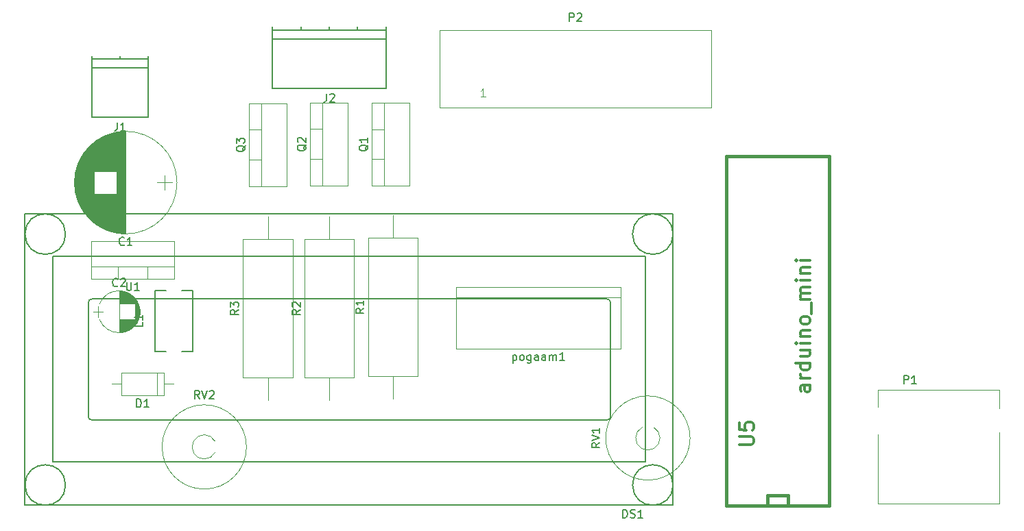
<source format=gbr>
G04 #@! TF.FileFunction,Legend,Top*
%FSLAX46Y46*%
G04 Gerber Fmt 4.6, Leading zero omitted, Abs format (unit mm)*
G04 Created by KiCad (PCBNEW 4.0.5) date 06/13/17 16:15:45*
%MOMM*%
%LPD*%
G01*
G04 APERTURE LIST*
%ADD10C,0.100000*%
%ADD11C,0.120000*%
%ADD12C,0.381000*%
%ADD13C,0.150000*%
%ADD14C,0.304800*%
G04 APERTURE END LIST*
D10*
D11*
X27933000Y-67246800D02*
X27933000Y-64426800D01*
X27933000Y-64426800D02*
X22613000Y-64426800D01*
X22613000Y-64426800D02*
X22613000Y-67246800D01*
X22613000Y-67246800D02*
X27933000Y-67246800D01*
X29073000Y-65836800D02*
X27933000Y-65836800D01*
X21473000Y-65836800D02*
X22613000Y-65836800D01*
X27093000Y-67246800D02*
X27093000Y-64426800D01*
X34207621Y-74313407D02*
G75*
G02X32883200Y-75109200I-1324421J704207D01*
G01*
X32909385Y-75108502D02*
G75*
G02X34207200Y-72905200I-26185J1499302D01*
G01*
X38093200Y-73609200D02*
G75*
G03X38093200Y-73609200I-5210000J0D01*
G01*
D12*
X97358200Y-80873600D02*
X97358200Y-37693600D01*
X97358200Y-37693600D02*
X110058200Y-37693600D01*
X110058200Y-37693600D02*
X110058200Y-80873600D01*
X110058200Y-80873600D02*
X97358200Y-80873600D01*
X104978200Y-80873600D02*
X104978200Y-79603600D01*
X104978200Y-79603600D02*
X102438200Y-79603600D01*
X102438200Y-79603600D02*
X102438200Y-80873600D01*
D13*
X82552540Y-70307200D02*
X19052540Y-70307200D01*
X83052920Y-55808880D02*
X83052920Y-69809360D01*
X19052540Y-55308500D02*
X82552540Y-55308500D01*
X18552160Y-69809360D02*
X18552160Y-55808880D01*
X18554700Y-69809360D02*
G75*
G03X19052540Y-70307200I497840J0D01*
G01*
X19052540Y-55308500D02*
G75*
G03X18552160Y-55808880I0J-500380D01*
G01*
X83052920Y-55808880D02*
G75*
G03X82552540Y-55308500I-500380J0D01*
G01*
X82552540Y-70309740D02*
G75*
G03X83052920Y-69809360I0J500380D01*
G01*
X87353140Y-75407520D02*
X14152880Y-75407520D01*
X14152880Y-75407520D02*
X14152880Y-50007520D01*
X14152880Y-50007520D02*
X87353140Y-50007520D01*
X87353140Y-50007520D02*
X87353140Y-75407520D01*
X15753080Y-78308200D02*
G75*
G03X15753080Y-78308200I-2499360J0D01*
G01*
X15753080Y-47307500D02*
G75*
G03X15753080Y-47307500I-2499360J0D01*
G01*
X90754200Y-47307500D02*
G75*
G03X90754200Y-47307500I-2501900J0D01*
G01*
X90751660Y-78308200D02*
G75*
G03X90751660Y-78308200I-2499360J0D01*
G01*
X90754200Y-80807560D02*
X10754360Y-80807560D01*
X10754360Y-80807560D02*
X10754360Y-44808140D01*
X10754360Y-44808140D02*
X90754200Y-44808140D01*
X90754200Y-44808140D02*
X90754200Y-80807560D01*
D11*
X61954600Y-22098600D02*
X95474600Y-22098600D01*
X95474600Y-22098600D02*
X95474600Y-31698600D01*
X95474600Y-31698600D02*
X61954600Y-31698600D01*
X61954600Y-31698600D02*
X61954600Y-22098600D01*
X29519400Y-40944800D02*
G75*
G03X29519400Y-40944800I-6340000J0D01*
G01*
X23179400Y-47244800D02*
X23179400Y-34644800D01*
X23139400Y-47244800D02*
X23139400Y-34644800D01*
X23099400Y-47244800D02*
X23099400Y-34644800D01*
X23059400Y-47243800D02*
X23059400Y-34645800D01*
X23019400Y-47242800D02*
X23019400Y-34646800D01*
X22979400Y-47241800D02*
X22979400Y-34647800D01*
X22939400Y-47240800D02*
X22939400Y-34648800D01*
X22899400Y-47238800D02*
X22899400Y-34650800D01*
X22859400Y-47236800D02*
X22859400Y-34652800D01*
X22819400Y-47234800D02*
X22819400Y-34654800D01*
X22779400Y-47232800D02*
X22779400Y-34656800D01*
X22739400Y-47229800D02*
X22739400Y-34659800D01*
X22699400Y-47226800D02*
X22699400Y-34662800D01*
X22659400Y-47223800D02*
X22659400Y-34665800D01*
X22619400Y-47220800D02*
X22619400Y-34668800D01*
X22579400Y-47216800D02*
X22579400Y-34672800D01*
X22539400Y-47212800D02*
X22539400Y-34676800D01*
X22499400Y-47208800D02*
X22499400Y-34680800D01*
X22458400Y-47203800D02*
X22458400Y-34685800D01*
X22418400Y-47199800D02*
X22418400Y-34689800D01*
X22378400Y-47194800D02*
X22378400Y-34694800D01*
X22338400Y-47189800D02*
X22338400Y-34699800D01*
X22298400Y-47183800D02*
X22298400Y-34705800D01*
X22258400Y-47177800D02*
X22258400Y-34711800D01*
X22218400Y-47171800D02*
X22218400Y-34717800D01*
X22178400Y-47165800D02*
X22178400Y-34723800D01*
X22138400Y-47159800D02*
X22138400Y-34729800D01*
X22098400Y-47152800D02*
X22098400Y-34736800D01*
X22058400Y-47145800D02*
X22058400Y-42324800D01*
X22058400Y-39564800D02*
X22058400Y-34743800D01*
X22018400Y-47137800D02*
X22018400Y-42324800D01*
X22018400Y-39564800D02*
X22018400Y-34751800D01*
X21978400Y-47130800D02*
X21978400Y-42324800D01*
X21978400Y-39564800D02*
X21978400Y-34758800D01*
X21938400Y-47122800D02*
X21938400Y-42324800D01*
X21938400Y-39564800D02*
X21938400Y-34766800D01*
X21898400Y-47114800D02*
X21898400Y-42324800D01*
X21898400Y-39564800D02*
X21898400Y-34774800D01*
X21858400Y-47106800D02*
X21858400Y-42324800D01*
X21858400Y-39564800D02*
X21858400Y-34782800D01*
X21818400Y-47097800D02*
X21818400Y-42324800D01*
X21818400Y-39564800D02*
X21818400Y-34791800D01*
X21778400Y-47088800D02*
X21778400Y-42324800D01*
X21778400Y-39564800D02*
X21778400Y-34800800D01*
X21738400Y-47079800D02*
X21738400Y-42324800D01*
X21738400Y-39564800D02*
X21738400Y-34809800D01*
X21698400Y-47069800D02*
X21698400Y-42324800D01*
X21698400Y-39564800D02*
X21698400Y-34819800D01*
X21658400Y-47060800D02*
X21658400Y-42324800D01*
X21658400Y-39564800D02*
X21658400Y-34828800D01*
X21618400Y-47050800D02*
X21618400Y-42324800D01*
X21618400Y-39564800D02*
X21618400Y-34838800D01*
X21578400Y-47039800D02*
X21578400Y-42324800D01*
X21578400Y-39564800D02*
X21578400Y-34849800D01*
X21538400Y-47029800D02*
X21538400Y-42324800D01*
X21538400Y-39564800D02*
X21538400Y-34859800D01*
X21498400Y-47018800D02*
X21498400Y-42324800D01*
X21498400Y-39564800D02*
X21498400Y-34870800D01*
X21458400Y-47007800D02*
X21458400Y-42324800D01*
X21458400Y-39564800D02*
X21458400Y-34881800D01*
X21418400Y-46995800D02*
X21418400Y-42324800D01*
X21418400Y-39564800D02*
X21418400Y-34893800D01*
X21378400Y-46984800D02*
X21378400Y-42324800D01*
X21378400Y-39564800D02*
X21378400Y-34904800D01*
X21338400Y-46972800D02*
X21338400Y-42324800D01*
X21338400Y-39564800D02*
X21338400Y-34916800D01*
X21298400Y-46959800D02*
X21298400Y-42324800D01*
X21298400Y-39564800D02*
X21298400Y-34929800D01*
X21258400Y-46947800D02*
X21258400Y-42324800D01*
X21258400Y-39564800D02*
X21258400Y-34941800D01*
X21218400Y-46934800D02*
X21218400Y-42324800D01*
X21218400Y-39564800D02*
X21218400Y-34954800D01*
X21178400Y-46921800D02*
X21178400Y-42324800D01*
X21178400Y-39564800D02*
X21178400Y-34967800D01*
X21138400Y-46907800D02*
X21138400Y-42324800D01*
X21138400Y-39564800D02*
X21138400Y-34981800D01*
X21098400Y-46894800D02*
X21098400Y-42324800D01*
X21098400Y-39564800D02*
X21098400Y-34994800D01*
X21058400Y-46880800D02*
X21058400Y-42324800D01*
X21058400Y-39564800D02*
X21058400Y-35008800D01*
X21018400Y-46865800D02*
X21018400Y-42324800D01*
X21018400Y-39564800D02*
X21018400Y-35023800D01*
X20978400Y-46851800D02*
X20978400Y-42324800D01*
X20978400Y-39564800D02*
X20978400Y-35037800D01*
X20938400Y-46836800D02*
X20938400Y-42324800D01*
X20938400Y-39564800D02*
X20938400Y-35052800D01*
X20898400Y-46820800D02*
X20898400Y-42324800D01*
X20898400Y-39564800D02*
X20898400Y-35068800D01*
X20858400Y-46805800D02*
X20858400Y-42324800D01*
X20858400Y-39564800D02*
X20858400Y-35083800D01*
X20818400Y-46789800D02*
X20818400Y-42324800D01*
X20818400Y-39564800D02*
X20818400Y-35099800D01*
X20778400Y-46773800D02*
X20778400Y-42324800D01*
X20778400Y-39564800D02*
X20778400Y-35115800D01*
X20738400Y-46756800D02*
X20738400Y-42324800D01*
X20738400Y-39564800D02*
X20738400Y-35132800D01*
X20698400Y-46739800D02*
X20698400Y-42324800D01*
X20698400Y-39564800D02*
X20698400Y-35149800D01*
X20658400Y-46722800D02*
X20658400Y-42324800D01*
X20658400Y-39564800D02*
X20658400Y-35166800D01*
X20618400Y-46705800D02*
X20618400Y-42324800D01*
X20618400Y-39564800D02*
X20618400Y-35183800D01*
X20578400Y-46687800D02*
X20578400Y-42324800D01*
X20578400Y-39564800D02*
X20578400Y-35201800D01*
X20538400Y-46669800D02*
X20538400Y-42324800D01*
X20538400Y-39564800D02*
X20538400Y-35219800D01*
X20498400Y-46650800D02*
X20498400Y-42324800D01*
X20498400Y-39564800D02*
X20498400Y-35238800D01*
X20458400Y-46631800D02*
X20458400Y-42324800D01*
X20458400Y-39564800D02*
X20458400Y-35257800D01*
X20418400Y-46612800D02*
X20418400Y-42324800D01*
X20418400Y-39564800D02*
X20418400Y-35276800D01*
X20378400Y-46593800D02*
X20378400Y-42324800D01*
X20378400Y-39564800D02*
X20378400Y-35295800D01*
X20338400Y-46573800D02*
X20338400Y-42324800D01*
X20338400Y-39564800D02*
X20338400Y-35315800D01*
X20298400Y-46553800D02*
X20298400Y-42324800D01*
X20298400Y-39564800D02*
X20298400Y-35335800D01*
X20258400Y-46532800D02*
X20258400Y-42324800D01*
X20258400Y-39564800D02*
X20258400Y-35356800D01*
X20218400Y-46511800D02*
X20218400Y-42324800D01*
X20218400Y-39564800D02*
X20218400Y-35377800D01*
X20178400Y-46490800D02*
X20178400Y-42324800D01*
X20178400Y-39564800D02*
X20178400Y-35398800D01*
X20138400Y-46468800D02*
X20138400Y-42324800D01*
X20138400Y-39564800D02*
X20138400Y-35420800D01*
X20098400Y-46446800D02*
X20098400Y-42324800D01*
X20098400Y-39564800D02*
X20098400Y-35442800D01*
X20058400Y-46424800D02*
X20058400Y-42324800D01*
X20058400Y-39564800D02*
X20058400Y-35464800D01*
X20018400Y-46401800D02*
X20018400Y-42324800D01*
X20018400Y-39564800D02*
X20018400Y-35487800D01*
X19978400Y-46378800D02*
X19978400Y-42324800D01*
X19978400Y-39564800D02*
X19978400Y-35510800D01*
X19938400Y-46354800D02*
X19938400Y-42324800D01*
X19938400Y-39564800D02*
X19938400Y-35534800D01*
X19898400Y-46330800D02*
X19898400Y-42324800D01*
X19898400Y-39564800D02*
X19898400Y-35558800D01*
X19858400Y-46306800D02*
X19858400Y-42324800D01*
X19858400Y-39564800D02*
X19858400Y-35582800D01*
X19818400Y-46281800D02*
X19818400Y-42324800D01*
X19818400Y-39564800D02*
X19818400Y-35607800D01*
X19778400Y-46256800D02*
X19778400Y-42324800D01*
X19778400Y-39564800D02*
X19778400Y-35632800D01*
X19738400Y-46230800D02*
X19738400Y-42324800D01*
X19738400Y-39564800D02*
X19738400Y-35658800D01*
X19698400Y-46204800D02*
X19698400Y-42324800D01*
X19698400Y-39564800D02*
X19698400Y-35684800D01*
X19658400Y-46178800D02*
X19658400Y-42324800D01*
X19658400Y-39564800D02*
X19658400Y-35710800D01*
X19618400Y-46151800D02*
X19618400Y-42324800D01*
X19618400Y-39564800D02*
X19618400Y-35737800D01*
X19578400Y-46123800D02*
X19578400Y-42324800D01*
X19578400Y-39564800D02*
X19578400Y-35765800D01*
X19538400Y-46095800D02*
X19538400Y-42324800D01*
X19538400Y-39564800D02*
X19538400Y-35793800D01*
X19498400Y-46067800D02*
X19498400Y-42324800D01*
X19498400Y-39564800D02*
X19498400Y-35821800D01*
X19458400Y-46038800D02*
X19458400Y-42324800D01*
X19458400Y-39564800D02*
X19458400Y-35850800D01*
X19418400Y-46009800D02*
X19418400Y-42324800D01*
X19418400Y-39564800D02*
X19418400Y-35879800D01*
X19378400Y-45979800D02*
X19378400Y-42324800D01*
X19378400Y-39564800D02*
X19378400Y-35909800D01*
X19338400Y-45949800D02*
X19338400Y-42324800D01*
X19338400Y-39564800D02*
X19338400Y-35939800D01*
X19298400Y-45919800D02*
X19298400Y-35969800D01*
X19258400Y-45887800D02*
X19258400Y-36001800D01*
X19218400Y-45856800D02*
X19218400Y-36032800D01*
X19178400Y-45823800D02*
X19178400Y-36065800D01*
X19138400Y-45791800D02*
X19138400Y-36097800D01*
X19098400Y-45757800D02*
X19098400Y-36131800D01*
X19058400Y-45723800D02*
X19058400Y-36165800D01*
X19018400Y-45689800D02*
X19018400Y-36199800D01*
X18978400Y-45654800D02*
X18978400Y-36234800D01*
X18938400Y-45618800D02*
X18938400Y-36270800D01*
X18898400Y-45582800D02*
X18898400Y-36306800D01*
X18858400Y-45545800D02*
X18858400Y-36343800D01*
X18818400Y-45507800D02*
X18818400Y-36381800D01*
X18778400Y-45469800D02*
X18778400Y-36419800D01*
X18738400Y-45430800D02*
X18738400Y-36458800D01*
X18698400Y-45391800D02*
X18698400Y-36497800D01*
X18658400Y-45350800D02*
X18658400Y-36538800D01*
X18618400Y-45309800D02*
X18618400Y-36579800D01*
X18578400Y-45267800D02*
X18578400Y-36621800D01*
X18538400Y-45225800D02*
X18538400Y-36663800D01*
X18498400Y-45182800D02*
X18498400Y-36706800D01*
X18458400Y-45137800D02*
X18458400Y-36751800D01*
X18418400Y-45092800D02*
X18418400Y-36796800D01*
X18378400Y-45046800D02*
X18378400Y-36842800D01*
X18338400Y-45000800D02*
X18338400Y-36888800D01*
X18298400Y-44952800D02*
X18298400Y-36936800D01*
X18258400Y-44903800D02*
X18258400Y-36985800D01*
X18218400Y-44853800D02*
X18218400Y-37035800D01*
X18178400Y-44803800D02*
X18178400Y-37085800D01*
X18138400Y-44751800D02*
X18138400Y-37137800D01*
X18098400Y-44698800D02*
X18098400Y-37190800D01*
X18058400Y-44644800D02*
X18058400Y-37244800D01*
X18018400Y-44588800D02*
X18018400Y-37300800D01*
X17978400Y-44532800D02*
X17978400Y-37356800D01*
X17938400Y-44474800D02*
X17938400Y-37414800D01*
X17898400Y-44414800D02*
X17898400Y-37474800D01*
X17858400Y-44353800D02*
X17858400Y-37535800D01*
X17818400Y-44291800D02*
X17818400Y-37597800D01*
X17778400Y-44226800D02*
X17778400Y-37662800D01*
X17738400Y-44161800D02*
X17738400Y-37727800D01*
X17698400Y-44093800D02*
X17698400Y-37795800D01*
X17658400Y-44023800D02*
X17658400Y-37865800D01*
X17618400Y-43951800D02*
X17618400Y-37937800D01*
X17578400Y-43877800D02*
X17578400Y-38011800D01*
X17538400Y-43800800D02*
X17538400Y-38088800D01*
X17498400Y-43721800D02*
X17498400Y-38167800D01*
X17458400Y-43639800D02*
X17458400Y-38249800D01*
X17418400Y-43554800D02*
X17418400Y-38334800D01*
X17378400Y-43465800D02*
X17378400Y-38423800D01*
X17338400Y-43372800D02*
X17338400Y-38516800D01*
X17298400Y-43275800D02*
X17298400Y-38613800D01*
X17258400Y-43174800D02*
X17258400Y-38714800D01*
X17218400Y-43066800D02*
X17218400Y-38822800D01*
X17178400Y-42953800D02*
X17178400Y-38935800D01*
X17138400Y-42832800D02*
X17138400Y-39056800D01*
X17098400Y-42701800D02*
X17098400Y-39187800D01*
X17058400Y-42560800D02*
X17058400Y-39328800D01*
X17018400Y-42404800D02*
X17018400Y-39484800D01*
X16978400Y-42229800D02*
X16978400Y-39659800D01*
X16938400Y-42026800D02*
X16938400Y-39862800D01*
X16898400Y-41775800D02*
X16898400Y-40113800D01*
X16858400Y-41408800D02*
X16858400Y-40480800D01*
X28879400Y-40944800D02*
X27079400Y-40944800D01*
X27979400Y-41844800D02*
X27979400Y-40044800D01*
X24758263Y-55914600D02*
G75*
G03X19963964Y-55916000I-2396863J-981400D01*
G01*
X24758263Y-57877400D02*
G75*
G02X19963964Y-57876000I-2396863J981400D01*
G01*
X24758263Y-57877400D02*
G75*
G03X24758836Y-55916000I-2396863J981400D01*
G01*
X22361400Y-54346000D02*
X22361400Y-59446000D01*
X22401400Y-54346000D02*
X22401400Y-55916000D01*
X22401400Y-57876000D02*
X22401400Y-59446000D01*
X22441400Y-54347000D02*
X22441400Y-55916000D01*
X22441400Y-57876000D02*
X22441400Y-59445000D01*
X22481400Y-54348000D02*
X22481400Y-55916000D01*
X22481400Y-57876000D02*
X22481400Y-59444000D01*
X22521400Y-54350000D02*
X22521400Y-55916000D01*
X22521400Y-57876000D02*
X22521400Y-59442000D01*
X22561400Y-54353000D02*
X22561400Y-55916000D01*
X22561400Y-57876000D02*
X22561400Y-59439000D01*
X22601400Y-54357000D02*
X22601400Y-55916000D01*
X22601400Y-57876000D02*
X22601400Y-59435000D01*
X22641400Y-54361000D02*
X22641400Y-55916000D01*
X22641400Y-57876000D02*
X22641400Y-59431000D01*
X22681400Y-54365000D02*
X22681400Y-55916000D01*
X22681400Y-57876000D02*
X22681400Y-59427000D01*
X22721400Y-54371000D02*
X22721400Y-55916000D01*
X22721400Y-57876000D02*
X22721400Y-59421000D01*
X22761400Y-54377000D02*
X22761400Y-55916000D01*
X22761400Y-57876000D02*
X22761400Y-59415000D01*
X22801400Y-54383000D02*
X22801400Y-55916000D01*
X22801400Y-57876000D02*
X22801400Y-59409000D01*
X22841400Y-54390000D02*
X22841400Y-55916000D01*
X22841400Y-57876000D02*
X22841400Y-59402000D01*
X22881400Y-54398000D02*
X22881400Y-55916000D01*
X22881400Y-57876000D02*
X22881400Y-59394000D01*
X22921400Y-54407000D02*
X22921400Y-55916000D01*
X22921400Y-57876000D02*
X22921400Y-59385000D01*
X22961400Y-54416000D02*
X22961400Y-55916000D01*
X22961400Y-57876000D02*
X22961400Y-59376000D01*
X23001400Y-54426000D02*
X23001400Y-55916000D01*
X23001400Y-57876000D02*
X23001400Y-59366000D01*
X23041400Y-54436000D02*
X23041400Y-55916000D01*
X23041400Y-57876000D02*
X23041400Y-59356000D01*
X23082400Y-54448000D02*
X23082400Y-55916000D01*
X23082400Y-57876000D02*
X23082400Y-59344000D01*
X23122400Y-54460000D02*
X23122400Y-55916000D01*
X23122400Y-57876000D02*
X23122400Y-59332000D01*
X23162400Y-54472000D02*
X23162400Y-55916000D01*
X23162400Y-57876000D02*
X23162400Y-59320000D01*
X23202400Y-54486000D02*
X23202400Y-55916000D01*
X23202400Y-57876000D02*
X23202400Y-59306000D01*
X23242400Y-54500000D02*
X23242400Y-55916000D01*
X23242400Y-57876000D02*
X23242400Y-59292000D01*
X23282400Y-54514000D02*
X23282400Y-55916000D01*
X23282400Y-57876000D02*
X23282400Y-59278000D01*
X23322400Y-54530000D02*
X23322400Y-55916000D01*
X23322400Y-57876000D02*
X23322400Y-59262000D01*
X23362400Y-54546000D02*
X23362400Y-55916000D01*
X23362400Y-57876000D02*
X23362400Y-59246000D01*
X23402400Y-54563000D02*
X23402400Y-55916000D01*
X23402400Y-57876000D02*
X23402400Y-59229000D01*
X23442400Y-54581000D02*
X23442400Y-55916000D01*
X23442400Y-57876000D02*
X23442400Y-59211000D01*
X23482400Y-54600000D02*
X23482400Y-55916000D01*
X23482400Y-57876000D02*
X23482400Y-59192000D01*
X23522400Y-54620000D02*
X23522400Y-55916000D01*
X23522400Y-57876000D02*
X23522400Y-59172000D01*
X23562400Y-54640000D02*
X23562400Y-55916000D01*
X23562400Y-57876000D02*
X23562400Y-59152000D01*
X23602400Y-54662000D02*
X23602400Y-55916000D01*
X23602400Y-57876000D02*
X23602400Y-59130000D01*
X23642400Y-54684000D02*
X23642400Y-55916000D01*
X23642400Y-57876000D02*
X23642400Y-59108000D01*
X23682400Y-54707000D02*
X23682400Y-55916000D01*
X23682400Y-57876000D02*
X23682400Y-59085000D01*
X23722400Y-54731000D02*
X23722400Y-55916000D01*
X23722400Y-57876000D02*
X23722400Y-59061000D01*
X23762400Y-54756000D02*
X23762400Y-55916000D01*
X23762400Y-57876000D02*
X23762400Y-59036000D01*
X23802400Y-54783000D02*
X23802400Y-55916000D01*
X23802400Y-57876000D02*
X23802400Y-59009000D01*
X23842400Y-54810000D02*
X23842400Y-55916000D01*
X23842400Y-57876000D02*
X23842400Y-58982000D01*
X23882400Y-54838000D02*
X23882400Y-55916000D01*
X23882400Y-57876000D02*
X23882400Y-58954000D01*
X23922400Y-54868000D02*
X23922400Y-55916000D01*
X23922400Y-57876000D02*
X23922400Y-58924000D01*
X23962400Y-54899000D02*
X23962400Y-55916000D01*
X23962400Y-57876000D02*
X23962400Y-58893000D01*
X24002400Y-54931000D02*
X24002400Y-55916000D01*
X24002400Y-57876000D02*
X24002400Y-58861000D01*
X24042400Y-54964000D02*
X24042400Y-55916000D01*
X24042400Y-57876000D02*
X24042400Y-58828000D01*
X24082400Y-54999000D02*
X24082400Y-55916000D01*
X24082400Y-57876000D02*
X24082400Y-58793000D01*
X24122400Y-55035000D02*
X24122400Y-55916000D01*
X24122400Y-57876000D02*
X24122400Y-58757000D01*
X24162400Y-55073000D02*
X24162400Y-55916000D01*
X24162400Y-57876000D02*
X24162400Y-58719000D01*
X24202400Y-55113000D02*
X24202400Y-55916000D01*
X24202400Y-57876000D02*
X24202400Y-58679000D01*
X24242400Y-55154000D02*
X24242400Y-55916000D01*
X24242400Y-57876000D02*
X24242400Y-58638000D01*
X24282400Y-55197000D02*
X24282400Y-55916000D01*
X24282400Y-57876000D02*
X24282400Y-58595000D01*
X24322400Y-55242000D02*
X24322400Y-55916000D01*
X24322400Y-57876000D02*
X24322400Y-58550000D01*
X24362400Y-55290000D02*
X24362400Y-58502000D01*
X24402400Y-55340000D02*
X24402400Y-58452000D01*
X24442400Y-55392000D02*
X24442400Y-58400000D01*
X24482400Y-55448000D02*
X24482400Y-58344000D01*
X24522400Y-55506000D02*
X24522400Y-58286000D01*
X24562400Y-55569000D02*
X24562400Y-58223000D01*
X24602400Y-55635000D02*
X24602400Y-58157000D01*
X24642400Y-55707000D02*
X24642400Y-58085000D01*
X24682400Y-55784000D02*
X24682400Y-58008000D01*
X24722400Y-55868000D02*
X24722400Y-57924000D01*
X24762400Y-55962000D02*
X24762400Y-57830000D01*
X24802400Y-56067000D02*
X24802400Y-57725000D01*
X24842400Y-56189000D02*
X24842400Y-57603000D01*
X24882400Y-56337000D02*
X24882400Y-57455000D01*
X24922400Y-56542000D02*
X24922400Y-57250000D01*
X19161400Y-56896000D02*
X20361400Y-56896000D01*
X19761400Y-56246000D02*
X19761400Y-57546000D01*
D13*
X22481600Y-25694200D02*
X22481600Y-25294200D01*
X25981600Y-26794200D02*
X18981600Y-26794200D01*
X25981600Y-25694200D02*
X18981600Y-25694200D01*
X25981600Y-32894200D02*
X25981600Y-25294200D01*
X18981600Y-25294200D02*
X18981600Y-32894200D01*
X18981600Y-32894200D02*
X25981600Y-32894200D01*
X51818600Y-22112800D02*
X51818600Y-21712800D01*
X48318600Y-22112800D02*
X48318600Y-21712800D01*
X44818600Y-22112800D02*
X44818600Y-21712800D01*
X55318600Y-23212800D02*
X41318600Y-23212800D01*
X55318600Y-22112800D02*
X41318600Y-22112800D01*
X55318600Y-29312800D02*
X55318600Y-21712800D01*
X41318600Y-21712800D02*
X41318600Y-29312800D01*
X41318600Y-29312800D02*
X55318600Y-29312800D01*
X30134560Y-61813440D02*
X31435040Y-61813440D01*
X30134560Y-54315360D02*
X31435040Y-54315360D01*
X31435040Y-54315360D02*
X31435040Y-61813440D01*
X26832560Y-54315360D02*
X28133040Y-54315360D01*
X26832560Y-54315360D02*
X26832560Y-61813440D01*
X26832560Y-61813440D02*
X28133040Y-61813440D01*
D11*
X131039600Y-66551000D02*
X131039600Y-68881000D01*
X116049600Y-66551000D02*
X116049600Y-68671000D01*
X131039600Y-66551000D02*
X116049600Y-66551000D01*
X131039600Y-80641000D02*
X116049600Y-80641000D01*
X131039600Y-71841000D02*
X131039600Y-80641000D01*
X116049600Y-72041000D02*
X116049600Y-80641000D01*
X84277200Y-61468000D02*
X84277200Y-53848000D01*
X63957200Y-53848000D02*
X63957200Y-61468000D01*
X63957200Y-55118000D02*
X84277200Y-55118000D01*
X84277200Y-61468000D02*
X63957200Y-61468000D01*
X84277200Y-53848000D02*
X63957200Y-53848000D01*
X53564800Y-41315000D02*
X53564800Y-31075000D01*
X58205800Y-41315000D02*
X58205800Y-31075000D01*
X53564800Y-41315000D02*
X58205800Y-41315000D01*
X53564800Y-31075000D02*
X58205800Y-31075000D01*
X55074800Y-41315000D02*
X55074800Y-31075000D01*
X53564800Y-38045000D02*
X55074800Y-38045000D01*
X53564800Y-34344000D02*
X55074800Y-34344000D01*
X45944800Y-41289600D02*
X45944800Y-31049600D01*
X50585800Y-41289600D02*
X50585800Y-31049600D01*
X45944800Y-41289600D02*
X50585800Y-41289600D01*
X45944800Y-31049600D02*
X50585800Y-31049600D01*
X47454800Y-41289600D02*
X47454800Y-31049600D01*
X45944800Y-38019600D02*
X47454800Y-38019600D01*
X45944800Y-34318600D02*
X47454800Y-34318600D01*
X38401000Y-41391200D02*
X38401000Y-31151200D01*
X43042000Y-41391200D02*
X43042000Y-31151200D01*
X38401000Y-41391200D02*
X43042000Y-41391200D01*
X38401000Y-31151200D02*
X43042000Y-31151200D01*
X39911000Y-41391200D02*
X39911000Y-31151200D01*
X38401000Y-38121200D02*
X39911000Y-38121200D01*
X38401000Y-34420200D02*
X39911000Y-34420200D01*
X53124800Y-64871800D02*
X59244800Y-64871800D01*
X59244800Y-64871800D02*
X59244800Y-47751800D01*
X59244800Y-47751800D02*
X53124800Y-47751800D01*
X53124800Y-47751800D02*
X53124800Y-64871800D01*
X56184800Y-67631800D02*
X56184800Y-64871800D01*
X56184800Y-44991800D02*
X56184800Y-47751800D01*
X45276200Y-65049600D02*
X51396200Y-65049600D01*
X51396200Y-65049600D02*
X51396200Y-47929600D01*
X51396200Y-47929600D02*
X45276200Y-47929600D01*
X45276200Y-47929600D02*
X45276200Y-65049600D01*
X48336200Y-67809600D02*
X48336200Y-65049600D01*
X48336200Y-45169600D02*
X48336200Y-47929600D01*
X37681600Y-65049600D02*
X43801600Y-65049600D01*
X43801600Y-65049600D02*
X43801600Y-47929600D01*
X43801600Y-47929600D02*
X37681600Y-47929600D01*
X37681600Y-47929600D02*
X37681600Y-65049600D01*
X40741600Y-67809600D02*
X40741600Y-65049600D01*
X40741600Y-45169600D02*
X40741600Y-47929600D01*
X88348807Y-71180779D02*
G75*
G02X89144600Y-72505200I-704207J-1324421D01*
G01*
X89143902Y-72479015D02*
G75*
G02X86940600Y-71181200I-1499302J-26185D01*
G01*
X92854600Y-72505200D02*
G75*
G03X92854600Y-72505200I-5210000J0D01*
G01*
X29178400Y-52810400D02*
X18937400Y-52810400D01*
X29178400Y-48169400D02*
X18937400Y-48169400D01*
X29178400Y-52810400D02*
X29178400Y-48169400D01*
X18937400Y-52810400D02*
X18937400Y-48169400D01*
X29178400Y-51300400D02*
X18937400Y-51300400D01*
X25907400Y-52810400D02*
X25907400Y-51300400D01*
X22207400Y-52810400D02*
X22207400Y-51300400D01*
D13*
X24534905Y-68699181D02*
X24534905Y-67699181D01*
X24773000Y-67699181D01*
X24915858Y-67746800D01*
X25011096Y-67842038D01*
X25058715Y-67937276D01*
X25106334Y-68127752D01*
X25106334Y-68270610D01*
X25058715Y-68461086D01*
X25011096Y-68556324D01*
X24915858Y-68651562D01*
X24773000Y-68699181D01*
X24534905Y-68699181D01*
X26058715Y-68699181D02*
X25487286Y-68699181D01*
X25773000Y-68699181D02*
X25773000Y-67699181D01*
X25677762Y-67842038D01*
X25582524Y-67937276D01*
X25487286Y-67984895D01*
X32286962Y-67661581D02*
X31953628Y-67185390D01*
X31715533Y-67661581D02*
X31715533Y-66661581D01*
X32096486Y-66661581D01*
X32191724Y-66709200D01*
X32239343Y-66756819D01*
X32286962Y-66852057D01*
X32286962Y-66994914D01*
X32239343Y-67090152D01*
X32191724Y-67137771D01*
X32096486Y-67185390D01*
X31715533Y-67185390D01*
X32572676Y-66661581D02*
X32906009Y-67661581D01*
X33239343Y-66661581D01*
X33525057Y-66756819D02*
X33572676Y-66709200D01*
X33667914Y-66661581D01*
X33906010Y-66661581D01*
X34001248Y-66709200D01*
X34048867Y-66756819D01*
X34096486Y-66852057D01*
X34096486Y-66947295D01*
X34048867Y-67090152D01*
X33477438Y-67661581D01*
X34096486Y-67661581D01*
D14*
X98924533Y-73338267D02*
X100363867Y-73338267D01*
X100533200Y-73253600D01*
X100617867Y-73168933D01*
X100702533Y-72999600D01*
X100702533Y-72660933D01*
X100617867Y-72491600D01*
X100533200Y-72406933D01*
X100363867Y-72322267D01*
X98924533Y-72322267D01*
X98924533Y-70628933D02*
X98924533Y-71475600D01*
X99771200Y-71560266D01*
X99686533Y-71475600D01*
X99601867Y-71306266D01*
X99601867Y-70882933D01*
X99686533Y-70713600D01*
X99771200Y-70628933D01*
X99940533Y-70544266D01*
X100363867Y-70544266D01*
X100533200Y-70628933D01*
X100617867Y-70713600D01*
X100702533Y-70882933D01*
X100702533Y-71306266D01*
X100617867Y-71475600D01*
X100533200Y-71560266D01*
X107687533Y-65972269D02*
X106756200Y-65972269D01*
X106586867Y-66056935D01*
X106502200Y-66226269D01*
X106502200Y-66564935D01*
X106586867Y-66734269D01*
X107602867Y-65972269D02*
X107687533Y-66141602D01*
X107687533Y-66564935D01*
X107602867Y-66734269D01*
X107433533Y-66818935D01*
X107264200Y-66818935D01*
X107094867Y-66734269D01*
X107010200Y-66564935D01*
X107010200Y-66141602D01*
X106925533Y-65972269D01*
X107687533Y-65125602D02*
X106502200Y-65125602D01*
X106840867Y-65125602D02*
X106671533Y-65040935D01*
X106586867Y-64956268D01*
X106502200Y-64786935D01*
X106502200Y-64617602D01*
X107687533Y-63262935D02*
X105909533Y-63262935D01*
X107602867Y-63262935D02*
X107687533Y-63432268D01*
X107687533Y-63770935D01*
X107602867Y-63940268D01*
X107518200Y-64024935D01*
X107348867Y-64109601D01*
X106840867Y-64109601D01*
X106671533Y-64024935D01*
X106586867Y-63940268D01*
X106502200Y-63770935D01*
X106502200Y-63432268D01*
X106586867Y-63262935D01*
X106502200Y-61654268D02*
X107687533Y-61654268D01*
X106502200Y-62416268D02*
X107433533Y-62416268D01*
X107602867Y-62331601D01*
X107687533Y-62162268D01*
X107687533Y-61908268D01*
X107602867Y-61738934D01*
X107518200Y-61654268D01*
X107687533Y-60807601D02*
X106502200Y-60807601D01*
X105909533Y-60807601D02*
X105994200Y-60892267D01*
X106078867Y-60807601D01*
X105994200Y-60722934D01*
X105909533Y-60807601D01*
X106078867Y-60807601D01*
X106502200Y-59960934D02*
X107687533Y-59960934D01*
X106671533Y-59960934D02*
X106586867Y-59876267D01*
X106502200Y-59706934D01*
X106502200Y-59452934D01*
X106586867Y-59283600D01*
X106756200Y-59198934D01*
X107687533Y-59198934D01*
X107687533Y-58098267D02*
X107602867Y-58267600D01*
X107518200Y-58352267D01*
X107348867Y-58436933D01*
X106840867Y-58436933D01*
X106671533Y-58352267D01*
X106586867Y-58267600D01*
X106502200Y-58098267D01*
X106502200Y-57844267D01*
X106586867Y-57674933D01*
X106671533Y-57590267D01*
X106840867Y-57505600D01*
X107348867Y-57505600D01*
X107518200Y-57590267D01*
X107602867Y-57674933D01*
X107687533Y-57844267D01*
X107687533Y-58098267D01*
X107856867Y-57166933D02*
X107856867Y-55812266D01*
X107687533Y-55388933D02*
X106502200Y-55388933D01*
X106671533Y-55388933D02*
X106586867Y-55304266D01*
X106502200Y-55134933D01*
X106502200Y-54880933D01*
X106586867Y-54711599D01*
X106756200Y-54626933D01*
X107687533Y-54626933D01*
X106756200Y-54626933D02*
X106586867Y-54542266D01*
X106502200Y-54372933D01*
X106502200Y-54118933D01*
X106586867Y-53949599D01*
X106756200Y-53864933D01*
X107687533Y-53864933D01*
X107687533Y-53018266D02*
X106502200Y-53018266D01*
X105909533Y-53018266D02*
X105994200Y-53102932D01*
X106078867Y-53018266D01*
X105994200Y-52933599D01*
X105909533Y-53018266D01*
X106078867Y-53018266D01*
X106502200Y-52171599D02*
X107687533Y-52171599D01*
X106671533Y-52171599D02*
X106586867Y-52086932D01*
X106502200Y-51917599D01*
X106502200Y-51663599D01*
X106586867Y-51494265D01*
X106756200Y-51409599D01*
X107687533Y-51409599D01*
X107687533Y-50562932D02*
X106502200Y-50562932D01*
X105909533Y-50562932D02*
X105994200Y-50647598D01*
X106078867Y-50562932D01*
X105994200Y-50478265D01*
X105909533Y-50562932D01*
X106078867Y-50562932D01*
D13*
X84538654Y-82359761D02*
X84538654Y-81359761D01*
X84776749Y-81359761D01*
X84919607Y-81407380D01*
X85014845Y-81502618D01*
X85062464Y-81597856D01*
X85110083Y-81788332D01*
X85110083Y-81931190D01*
X85062464Y-82121666D01*
X85014845Y-82216904D01*
X84919607Y-82312142D01*
X84776749Y-82359761D01*
X84538654Y-82359761D01*
X85491035Y-82312142D02*
X85633892Y-82359761D01*
X85871988Y-82359761D01*
X85967226Y-82312142D01*
X86014845Y-82264523D01*
X86062464Y-82169285D01*
X86062464Y-82074047D01*
X86014845Y-81978809D01*
X85967226Y-81931190D01*
X85871988Y-81883570D01*
X85681511Y-81835951D01*
X85586273Y-81788332D01*
X85538654Y-81740713D01*
X85491035Y-81645475D01*
X85491035Y-81550237D01*
X85538654Y-81454999D01*
X85586273Y-81407380D01*
X85681511Y-81359761D01*
X85919607Y-81359761D01*
X86062464Y-81407380D01*
X87014845Y-82359761D02*
X86443416Y-82359761D01*
X86729130Y-82359761D02*
X86729130Y-81359761D01*
X86633892Y-81502618D01*
X86538654Y-81597856D01*
X86443416Y-81645475D01*
X77976505Y-21000981D02*
X77976505Y-20000981D01*
X78357458Y-20000981D01*
X78452696Y-20048600D01*
X78500315Y-20096219D01*
X78547934Y-20191457D01*
X78547934Y-20334314D01*
X78500315Y-20429552D01*
X78452696Y-20477171D01*
X78357458Y-20524790D01*
X77976505Y-20524790D01*
X78928886Y-20096219D02*
X78976505Y-20048600D01*
X79071743Y-20000981D01*
X79309839Y-20000981D01*
X79405077Y-20048600D01*
X79452696Y-20096219D01*
X79500315Y-20191457D01*
X79500315Y-20286695D01*
X79452696Y-20429552D01*
X78881267Y-21000981D01*
X79500315Y-21000981D01*
D11*
X67590315Y-30340981D02*
X67018886Y-30340981D01*
X67304600Y-30340981D02*
X67304600Y-29340981D01*
X67209362Y-29483838D01*
X67114124Y-29579076D01*
X67018886Y-29626695D01*
D13*
X23012734Y-48611943D02*
X22965115Y-48659562D01*
X22822258Y-48707181D01*
X22727020Y-48707181D01*
X22584162Y-48659562D01*
X22488924Y-48564324D01*
X22441305Y-48469086D01*
X22393686Y-48278610D01*
X22393686Y-48135752D01*
X22441305Y-47945276D01*
X22488924Y-47850038D01*
X22584162Y-47754800D01*
X22727020Y-47707181D01*
X22822258Y-47707181D01*
X22965115Y-47754800D01*
X23012734Y-47802419D01*
X23965115Y-48707181D02*
X23393686Y-48707181D01*
X23679400Y-48707181D02*
X23679400Y-47707181D01*
X23584162Y-47850038D01*
X23488924Y-47945276D01*
X23393686Y-47992895D01*
X22194734Y-53693143D02*
X22147115Y-53740762D01*
X22004258Y-53788381D01*
X21909020Y-53788381D01*
X21766162Y-53740762D01*
X21670924Y-53645524D01*
X21623305Y-53550286D01*
X21575686Y-53359810D01*
X21575686Y-53216952D01*
X21623305Y-53026476D01*
X21670924Y-52931238D01*
X21766162Y-52836000D01*
X21909020Y-52788381D01*
X22004258Y-52788381D01*
X22147115Y-52836000D01*
X22194734Y-52883619D01*
X22575686Y-52883619D02*
X22623305Y-52836000D01*
X22718543Y-52788381D01*
X22956639Y-52788381D01*
X23051877Y-52836000D01*
X23099496Y-52883619D01*
X23147115Y-52978857D01*
X23147115Y-53074095D01*
X23099496Y-53216952D01*
X22528067Y-53788381D01*
X23147115Y-53788381D01*
X22148267Y-33546581D02*
X22148267Y-34260867D01*
X22100647Y-34403724D01*
X22005409Y-34498962D01*
X21862552Y-34546581D01*
X21767314Y-34546581D01*
X23148267Y-34546581D02*
X22576838Y-34546581D01*
X22862552Y-34546581D02*
X22862552Y-33546581D01*
X22767314Y-33689438D01*
X22672076Y-33784676D01*
X22576838Y-33832295D01*
X47985267Y-29965181D02*
X47985267Y-30679467D01*
X47937647Y-30822324D01*
X47842409Y-30917562D01*
X47699552Y-30965181D01*
X47604314Y-30965181D01*
X48413838Y-30060419D02*
X48461457Y-30012800D01*
X48556695Y-29965181D01*
X48794791Y-29965181D01*
X48890029Y-30012800D01*
X48937648Y-30060419D01*
X48985267Y-30155657D01*
X48985267Y-30250895D01*
X48937648Y-30393752D01*
X48366219Y-30965181D01*
X48985267Y-30965181D01*
X25285961Y-58180266D02*
X25285961Y-58656457D01*
X24285961Y-58656457D01*
X25285961Y-57323123D02*
X25285961Y-57894552D01*
X25285961Y-57608838D02*
X24285961Y-57608838D01*
X24428818Y-57704076D01*
X24524056Y-57799314D01*
X24571675Y-57894552D01*
X119251505Y-65793381D02*
X119251505Y-64793381D01*
X119632458Y-64793381D01*
X119727696Y-64841000D01*
X119775315Y-64888619D01*
X119822934Y-64983857D01*
X119822934Y-65126714D01*
X119775315Y-65221952D01*
X119727696Y-65269571D01*
X119632458Y-65317190D01*
X119251505Y-65317190D01*
X120775315Y-65793381D02*
X120203886Y-65793381D01*
X120489600Y-65793381D02*
X120489600Y-64793381D01*
X120394362Y-64936238D01*
X120299124Y-65031476D01*
X120203886Y-65079095D01*
X70970533Y-62243714D02*
X70970533Y-63243714D01*
X70970533Y-62291333D02*
X71065771Y-62243714D01*
X71256248Y-62243714D01*
X71351486Y-62291333D01*
X71399105Y-62338952D01*
X71446724Y-62434190D01*
X71446724Y-62719905D01*
X71399105Y-62815143D01*
X71351486Y-62862762D01*
X71256248Y-62910381D01*
X71065771Y-62910381D01*
X70970533Y-62862762D01*
X72018152Y-62910381D02*
X71922914Y-62862762D01*
X71875295Y-62815143D01*
X71827676Y-62719905D01*
X71827676Y-62434190D01*
X71875295Y-62338952D01*
X71922914Y-62291333D01*
X72018152Y-62243714D01*
X72161010Y-62243714D01*
X72256248Y-62291333D01*
X72303867Y-62338952D01*
X72351486Y-62434190D01*
X72351486Y-62719905D01*
X72303867Y-62815143D01*
X72256248Y-62862762D01*
X72161010Y-62910381D01*
X72018152Y-62910381D01*
X73208629Y-62243714D02*
X73208629Y-63053238D01*
X73161010Y-63148476D01*
X73113391Y-63196095D01*
X73018152Y-63243714D01*
X72875295Y-63243714D01*
X72780057Y-63196095D01*
X73208629Y-62862762D02*
X73113391Y-62910381D01*
X72922914Y-62910381D01*
X72827676Y-62862762D01*
X72780057Y-62815143D01*
X72732438Y-62719905D01*
X72732438Y-62434190D01*
X72780057Y-62338952D01*
X72827676Y-62291333D01*
X72922914Y-62243714D01*
X73113391Y-62243714D01*
X73208629Y-62291333D01*
X74113391Y-62910381D02*
X74113391Y-62386571D01*
X74065772Y-62291333D01*
X73970534Y-62243714D01*
X73780057Y-62243714D01*
X73684819Y-62291333D01*
X74113391Y-62862762D02*
X74018153Y-62910381D01*
X73780057Y-62910381D01*
X73684819Y-62862762D01*
X73637200Y-62767524D01*
X73637200Y-62672286D01*
X73684819Y-62577048D01*
X73780057Y-62529429D01*
X74018153Y-62529429D01*
X74113391Y-62481810D01*
X75018153Y-62910381D02*
X75018153Y-62386571D01*
X74970534Y-62291333D01*
X74875296Y-62243714D01*
X74684819Y-62243714D01*
X74589581Y-62291333D01*
X75018153Y-62862762D02*
X74922915Y-62910381D01*
X74684819Y-62910381D01*
X74589581Y-62862762D01*
X74541962Y-62767524D01*
X74541962Y-62672286D01*
X74589581Y-62577048D01*
X74684819Y-62529429D01*
X74922915Y-62529429D01*
X75018153Y-62481810D01*
X75494343Y-62910381D02*
X75494343Y-62243714D01*
X75494343Y-62338952D02*
X75541962Y-62291333D01*
X75637200Y-62243714D01*
X75780058Y-62243714D01*
X75875296Y-62291333D01*
X75922915Y-62386571D01*
X75922915Y-62910381D01*
X75922915Y-62386571D02*
X75970534Y-62291333D01*
X76065772Y-62243714D01*
X76208629Y-62243714D01*
X76303867Y-62291333D01*
X76351486Y-62386571D01*
X76351486Y-62910381D01*
X77351486Y-62910381D02*
X76780057Y-62910381D01*
X77065771Y-62910381D02*
X77065771Y-61910381D01*
X76970533Y-62053238D01*
X76875295Y-62148476D01*
X76780057Y-62196095D01*
X53112419Y-36290238D02*
X53064800Y-36385476D01*
X52969562Y-36480714D01*
X52826705Y-36623571D01*
X52779086Y-36718810D01*
X52779086Y-36814048D01*
X53017181Y-36766429D02*
X52969562Y-36861667D01*
X52874324Y-36956905D01*
X52683848Y-37004524D01*
X52350514Y-37004524D01*
X52160038Y-36956905D01*
X52064800Y-36861667D01*
X52017181Y-36766429D01*
X52017181Y-36575952D01*
X52064800Y-36480714D01*
X52160038Y-36385476D01*
X52350514Y-36337857D01*
X52683848Y-36337857D01*
X52874324Y-36385476D01*
X52969562Y-36480714D01*
X53017181Y-36575952D01*
X53017181Y-36766429D01*
X53017181Y-35385476D02*
X53017181Y-35956905D01*
X53017181Y-35671191D02*
X52017181Y-35671191D01*
X52160038Y-35766429D01*
X52255276Y-35861667D01*
X52302895Y-35956905D01*
X45492419Y-36264838D02*
X45444800Y-36360076D01*
X45349562Y-36455314D01*
X45206705Y-36598171D01*
X45159086Y-36693410D01*
X45159086Y-36788648D01*
X45397181Y-36741029D02*
X45349562Y-36836267D01*
X45254324Y-36931505D01*
X45063848Y-36979124D01*
X44730514Y-36979124D01*
X44540038Y-36931505D01*
X44444800Y-36836267D01*
X44397181Y-36741029D01*
X44397181Y-36550552D01*
X44444800Y-36455314D01*
X44540038Y-36360076D01*
X44730514Y-36312457D01*
X45063848Y-36312457D01*
X45254324Y-36360076D01*
X45349562Y-36455314D01*
X45397181Y-36550552D01*
X45397181Y-36741029D01*
X44492419Y-35931505D02*
X44444800Y-35883886D01*
X44397181Y-35788648D01*
X44397181Y-35550552D01*
X44444800Y-35455314D01*
X44492419Y-35407695D01*
X44587657Y-35360076D01*
X44682895Y-35360076D01*
X44825752Y-35407695D01*
X45397181Y-35979124D01*
X45397181Y-35360076D01*
X37948619Y-36366438D02*
X37901000Y-36461676D01*
X37805762Y-36556914D01*
X37662905Y-36699771D01*
X37615286Y-36795010D01*
X37615286Y-36890248D01*
X37853381Y-36842629D02*
X37805762Y-36937867D01*
X37710524Y-37033105D01*
X37520048Y-37080724D01*
X37186714Y-37080724D01*
X36996238Y-37033105D01*
X36901000Y-36937867D01*
X36853381Y-36842629D01*
X36853381Y-36652152D01*
X36901000Y-36556914D01*
X36996238Y-36461676D01*
X37186714Y-36414057D01*
X37520048Y-36414057D01*
X37710524Y-36461676D01*
X37805762Y-36556914D01*
X37853381Y-36652152D01*
X37853381Y-36842629D01*
X36853381Y-36080724D02*
X36853381Y-35461676D01*
X37234333Y-35795010D01*
X37234333Y-35652152D01*
X37281952Y-35556914D01*
X37329571Y-35509295D01*
X37424810Y-35461676D01*
X37662905Y-35461676D01*
X37758143Y-35509295D01*
X37805762Y-35556914D01*
X37853381Y-35652152D01*
X37853381Y-35937867D01*
X37805762Y-36033105D01*
X37758143Y-36080724D01*
X52577181Y-56478466D02*
X52100990Y-56811800D01*
X52577181Y-57049895D02*
X51577181Y-57049895D01*
X51577181Y-56668942D01*
X51624800Y-56573704D01*
X51672419Y-56526085D01*
X51767657Y-56478466D01*
X51910514Y-56478466D01*
X52005752Y-56526085D01*
X52053371Y-56573704D01*
X52100990Y-56668942D01*
X52100990Y-57049895D01*
X52577181Y-55526085D02*
X52577181Y-56097514D01*
X52577181Y-55811800D02*
X51577181Y-55811800D01*
X51720038Y-55907038D01*
X51815276Y-56002276D01*
X51862895Y-56097514D01*
X44728581Y-56656266D02*
X44252390Y-56989600D01*
X44728581Y-57227695D02*
X43728581Y-57227695D01*
X43728581Y-56846742D01*
X43776200Y-56751504D01*
X43823819Y-56703885D01*
X43919057Y-56656266D01*
X44061914Y-56656266D01*
X44157152Y-56703885D01*
X44204771Y-56751504D01*
X44252390Y-56846742D01*
X44252390Y-57227695D01*
X43823819Y-56275314D02*
X43776200Y-56227695D01*
X43728581Y-56132457D01*
X43728581Y-55894361D01*
X43776200Y-55799123D01*
X43823819Y-55751504D01*
X43919057Y-55703885D01*
X44014295Y-55703885D01*
X44157152Y-55751504D01*
X44728581Y-56322933D01*
X44728581Y-55703885D01*
X37133981Y-56656266D02*
X36657790Y-56989600D01*
X37133981Y-57227695D02*
X36133981Y-57227695D01*
X36133981Y-56846742D01*
X36181600Y-56751504D01*
X36229219Y-56703885D01*
X36324457Y-56656266D01*
X36467314Y-56656266D01*
X36562552Y-56703885D01*
X36610171Y-56751504D01*
X36657790Y-56846742D01*
X36657790Y-57227695D01*
X36133981Y-56322933D02*
X36133981Y-55703885D01*
X36514933Y-56037219D01*
X36514933Y-55894361D01*
X36562552Y-55799123D01*
X36610171Y-55751504D01*
X36705410Y-55703885D01*
X36943505Y-55703885D01*
X37038743Y-55751504D01*
X37086362Y-55799123D01*
X37133981Y-55894361D01*
X37133981Y-56180076D01*
X37086362Y-56275314D01*
X37038743Y-56322933D01*
X81696981Y-73101438D02*
X81220790Y-73434772D01*
X81696981Y-73672867D02*
X80696981Y-73672867D01*
X80696981Y-73291914D01*
X80744600Y-73196676D01*
X80792219Y-73149057D01*
X80887457Y-73101438D01*
X81030314Y-73101438D01*
X81125552Y-73149057D01*
X81173171Y-73196676D01*
X81220790Y-73291914D01*
X81220790Y-73672867D01*
X80696981Y-72815724D02*
X81696981Y-72482391D01*
X80696981Y-72149057D01*
X81696981Y-71291914D02*
X81696981Y-71863343D01*
X81696981Y-71577629D02*
X80696981Y-71577629D01*
X80839838Y-71672867D01*
X80935076Y-71768105D01*
X80982695Y-71863343D01*
X23295495Y-53262781D02*
X23295495Y-54072305D01*
X23343114Y-54167543D01*
X23390733Y-54215162D01*
X23485971Y-54262781D01*
X23676448Y-54262781D01*
X23771686Y-54215162D01*
X23819305Y-54167543D01*
X23866924Y-54072305D01*
X23866924Y-53262781D01*
X24866924Y-54262781D02*
X24295495Y-54262781D01*
X24581209Y-54262781D02*
X24581209Y-53262781D01*
X24485971Y-53405638D01*
X24390733Y-53500876D01*
X24295495Y-53548495D01*
M02*

</source>
